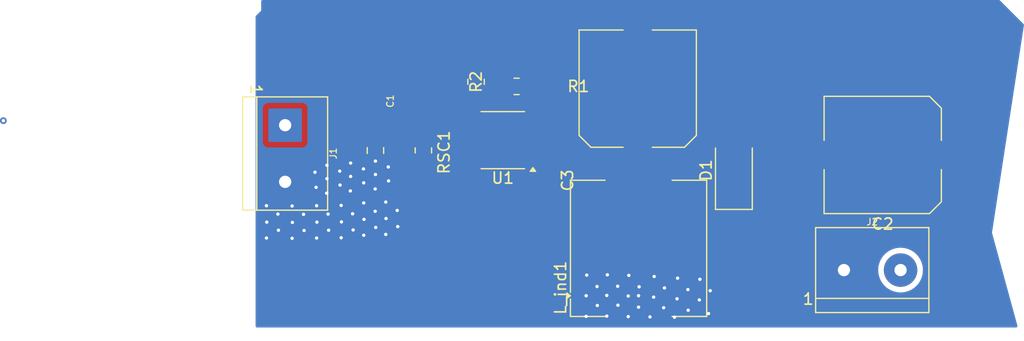
<source format=kicad_pcb>
(kicad_pcb (version 20241229) (generator "pcbnew") (generator_version "9.0")
  (layers (0 "F.Cu" signal) (2 "B.Cu" signal) (13 "F.Paste" user) (15 "B.Paste" user) (5 "F.SilkS" user "F.Silkscreen") (7 "B.SilkS" user "B.Silkscreen") (1 "F.Mask" user) (3 "B.Mask" user) (25 "Edge.Cuts" user))
  (net 0 "")
  (net 1 "GND")
  (net 2 "/V_in")
  (net 3 "/V_out")
  (net 4 "Net-(U1-TC)")
  (net 5 "/V_ind")
  (net 6 "/V_volt_divider")
  (net 7 "/V_in_after_Rsc")
  (footprint "Package_SO:SOIC-8_3.9x4.9mm_P1.27mm" (layer "F.Cu") (at 122.625 137.695 180)
    (property "Reference" "U1" (at 0 -3.4 0) (layer "F.SilkS"))
    (property "Value" "MC33063AD")
    (fp_line (start 0 2.56) (end 1.95 2.56) (stroke (width 0.12)) (layer "F.SilkS"))
    (fp_line (start 0 2.56) (end -1.95 2.56) (stroke (width 0.12)) (layer "F.SilkS"))
    (fp_line (start 0 -2.56) (end 1.95 -2.56) (stroke (width 0.12)) (layer "F.SilkS"))
    (fp_line (start 0 -2.56) (end -1.95 -2.56) (stroke (width 0.12)) (layer "F.SilkS"))
    (fp_poly (pts (xy -2.7 -2.465) (xy -2.94 -2.795) (xy -2.46 -2.795)) (stroke (width 0.12)) (fill yes) (layer "F.SilkS"))
    (pad "1" smd roundrect (at -2.475 -1.905 180) (size 1.95 0.6) (layers "F.Cu" "F.Mask" "F.Paste") (net 7 "/V_in_after_Rsc"))
    (pad "2" smd roundrect (at -2.475 -0.635 180) (size 1.95 0.6) (layers "F.Cu" "F.Mask" "F.Paste") (net 5 "/V_ind"))
    (pad "3" smd roundrect (at -2.475 0.635 180) (size 1.95 0.6) (layers "F.Cu" "F.Mask" "F.Paste") (net 4 "Net-(U1-TC)"))
    (pad "4" smd roundrect (at -2.475 1.905 180) (size 1.95 0.6) (layers "F.Cu" "F.Mask" "F.Paste") (net 3 "/V_out"))
    (pad "5" smd roundrect (at 2.475 1.905 180) (size 1.95 0.6) (layers "F.Cu" "F.Mask" "F.Paste") (net 6 "/V_volt_divider"))
    (pad "6" smd roundrect (at 2.475 0.635 180) (size 1.95 0.6) (layers "F.Cu" "F.Mask" "F.Paste") (net 2 "/V_in"))
    (pad "7" smd roundrect (at 2.475 -0.635 180) (size 1.95 0.6) (layers "F.Cu" "F.Mask" "F.Paste") (net 7 "/V_in_after_Rsc"))
    (pad "8" smd roundrect (at 2.475 -1.905 180) (size 1.95 0.6) (layers "F.Cu" "F.Mask" "F.Paste") (net 7 "/V_in_after_Rsc"))
  )
  (footprint "Capacitor_SMD:C_Elec_10x10.2" (layer "F.Cu") (at 134.725 133.075 90)
    (property "Reference" "C3" (at -8.2325 -6.3 90) (layer "F.SilkS"))
    (property "Value" "1.8n")
    (fp_line (start 5.26 -5.26) (end 5.26 -1.31) (stroke (width 0.12)) (layer "F.SilkS"))
    (fp_line (start -4.195563 -5.26) (end 5.26 -5.26) (stroke (width 0.12)) (layer "F.SilkS"))
    (fp_line (start -5.26 -4.195563) (end -4.195563 -5.26) (stroke (width 0.12)) (layer "F.SilkS"))
    (fp_line (start -5.26 -4.195563) (end -5.26 -1.31) (stroke (width 0.12)) (layer "F.SilkS"))
    (fp_line (start -5.26 4.195563) (end -5.26 1.31) (stroke (width 0.12)) (layer "F.SilkS"))
    (fp_line (start -5.26 4.195563) (end -4.195563 5.26) (stroke (width 0.12)) (layer "F.SilkS"))
    (fp_line (start 5.26 5.26) (end 5.26 1.31) (stroke (width 0.12)) (layer "F.SilkS"))
    (fp_line (start -4.195563 5.26) (end 5.26 5.26) (stroke (width 0.12)) (layer "F.SilkS"))
    (pad "1" smd roundrect (at -4.4 0 90) (size 4.6 2.1) (layers "F.Cu" "F.Mask" "F.Paste") (roundrect_rratio 0.119048) (net 4 "Net-(U1-TC)"))
    (pad "2" smd roundrect (at 4.4 0 90) (size 4.6 2.1) (layers "F.Cu" "F.Mask" "F.Paste") (roundrect_rratio 0.119048) (net 3 "/V_out"))
  )
  (footprint "Inductor_SMD:L_Coilcraft_MSS1260H-XXX" (layer "F.Cu") (at 134.8 147.4 90)
    (property "Reference" "L_ind1" (at -3.5325 -7 90) (layer "F.SilkS"))
    (property "Value" "0.18m")
    (fp_line (start 6.11 -6.11) (end 6.11 -3.01) (stroke (width 0.12)) (layer "F.SilkS"))
    (fp_line (start -3.953 -6.11) (end 6.11 -6.11) (stroke (width 0.12)) (layer "F.SilkS"))
    (fp_line (start -6.11 -6.11) (end -4.547 -6.11) (stroke (width 0.12)) (layer "F.SilkS"))
    (fp_line (start -6.11 -3.01) (end -6.11 -6.11) (stroke (width 0.12)) (layer "F.SilkS"))
    (fp_line (start 6.11 3.01) (end 6.11 6.11) (stroke (width 0.12)) (layer "F.SilkS"))
    (fp_line (start 6.11 6.11) (end -6.11 6.11) (stroke (width 0.12)) (layer "F.SilkS"))
    (fp_line (start -6.11 6.11) (end -6.11 3.01) (stroke (width 0.12)) (layer "F.SilkS"))
    (fp_poly (pts (xy -4.25 -6.11) (xy -4.49 -6.44) (xy -4.01 -6.44)) (stroke (width 0.12)) (fill yes) (layer "F.SilkS"))
    (pad "1" smd roundrect (at -4.25 0 90) (size 4 5.5) (layers "F.Cu" "F.Mask" "F.Paste") (roundrect_rratio 0.0625) (net 1 "GND"))
    (pad "2" smd roundrect (at 4.25 0 90) (size 4 5.5) (layers "F.Cu" "F.Mask" "F.Paste") (roundrect_rratio 0.0625) (net 5 "/V_ind"))
  )
  (footprint "rsx_headers_screw:Molex_0398800302" (layer "F.Cu") (at 103.1 136.355 -90)
    (property "Reference" "J1" (at 2.54 -4.318 90) (layer "F.SilkS") (effects (font (size 0.6 0.6) (thickness 0.1))))
    (property "Value" "Screw_Terminal_2x5.08")
    (fp_line (start -2.54 3.81) (end 7.62 3.81) (stroke (width 0.12)) (layer "F.SilkS"))
    (fp_line (start 7.62 3.81) (end 7.62 -3.81) (stroke (width 0.12)) (layer "F.SilkS"))
    (fp_line (start 7.62 2.54) (end -2.54 2.54) (stroke (width 0.12)) (layer "F.SilkS"))
    (fp_line (start -2.54 -3.81) (end -2.54 3.81) (stroke (width 0.12)) (layer "F.SilkS"))
    (fp_line (start 7.62 -3.81) (end -2.54 -3.81) (stroke (width 0.12)) (layer "F.SilkS"))
    (fp_text user "1" (at -3.2 2.6 270) (layer "F.SilkS"))
    (pad "1" thru_hole rect (at 0 0 270) (size 3 3) (drill 1.1) (layers "*.Cu" "*.Mask") (net 2 "/V_in"))
    (pad "2" thru_hole circle (at 5.08 0 270) (size 3 3) (drill 1.1) (layers "*.Cu" "*.Mask") (net 1 "GND"))
  )
  (footprint "Diode_SMD:D_SMA" (layer "F.Cu") (at 143.35 140.4 90)
    (property "Reference" "D1" (at 0 -2.5 90) (layer "F.SilkS"))
    (property "Value" "D_Schottky")
    (fp_line (start -3.51 -1.65) (end 2 -1.65) (stroke (width 0.12)) (layer "F.SilkS"))
    (fp_line (start -3.51 -1.65) (end -3.51 1.65) (stroke (width 0.12)) (layer "F.SilkS"))
    (fp_line (start -3.51 1.65) (end 2 1.65) (stroke (width 0.12)) (layer "F.SilkS"))
    (pad "1" smd roundrect (at -2 0 90) (size 2.5 1.8) (layers "F.Cu" "F.Mask" "F.Paste") (roundrect_rratio 0.1388888889) (net 5 "/V_ind"))
    (pad "2" smd roundrect (at 2 0 90) (size 2.5 1.8) (layers "F.Cu" "F.Mask" "F.Paste") (roundrect_rratio 0.1388888889) (net 3 "/V_out"))
  )
  (footprint "Capacitor_SMD:C_Elec_10x10.2" (layer "F.Cu") (at 156.7 139.025 180)
    (property "Reference" "C2" (at 0 -6.2 0) (layer "F.SilkS"))
    (property "Value" "0.36m")
    (fp_line (start 5.26 5.26) (end 5.26 1.31) (stroke (width 0.12)) (layer "F.SilkS"))
    (fp_line (start 5.26 -5.26) (end 5.26 -1.31) (stroke (width 0.12)) (layer "F.SilkS"))
    (fp_line (start -4.195563 5.26) (end 5.26 5.26) (stroke (width 0.12)) (layer "F.SilkS"))
    (fp_line (start -4.195563 -5.26) (end 5.26 -5.26) (stroke (width 0.12)) (layer "F.SilkS"))
    (fp_line (start -5.26 4.195563) (end -4.195563 5.26) (stroke (width 0.12)) (layer "F.SilkS"))
    (fp_line (start -5.26 4.195563) (end -5.26 1.31) (stroke (width 0.12)) (layer "F.SilkS"))
    (fp_line (start -5.26 -4.195563) (end -4.195563 -5.26) (stroke (width 0.12)) (layer "F.SilkS"))
    (fp_line (start -5.26 -4.195563) (end -5.26 -1.31) (stroke (width 0.12)) (layer "F.SilkS"))
    (pad "1" smd roundrect (at -4.4 0 180) (size 4.6 2.1) (layers "F.Cu" "F.Mask" "F.Paste") (roundrect_rratio 0.119048) (net 3 "/V_out"))
    (pad "2" smd roundrect (at 4.4 0 180) (size 4.6 2.1) (layers "F.Cu" "F.Mask" "F.Paste") (roundrect_rratio 0.119048) (net 1 "GND"))
  )
  (footprint "rsx_resistors:R_0805_2012Metric" (layer "F.Cu") (at 120.225 132.4625 90)
    (property "Reference" "R2" (at 0 0 90) (layer "F.SilkS"))
    (property "Value" "900")
    (fp_line (start -0.227064 -0.735) (end 0.227064 -0.735) (stroke (width 0.12)) (layer "F.SilkS"))
    (fp_line (start -0.227064 0.735) (end 0.227064 0.735) (stroke (width 0.12)) (layer "F.SilkS"))
    (pad "1" smd roundrect (at -0.9125 0 90) (size 1.025 1.4) (layers "F.Cu" "F.Mask" "F.Paste") (roundrect_rratio 0.243902) (net 6 "/V_volt_divider"))
    (pad "2" smd roundrect (at 0.9125 0 90) (size 1.025 1.4) (layers "F.Cu" "F.Mask" "F.Paste") (roundrect_rratio 0.243902) (net 1 "GND"))
  )
  (footprint "rsx_resistors:R_0805_2012Metric" (layer "F.Cu") (at 115.5 138.6125 -90)
    (property "Reference" "RSC1" (at 0.175 -1.85 90) (layer "F.SilkS"))
    (property "Value" "0.42")
    (fp_line (start -0.227064 0.735) (end 0.227064 0.735) (stroke (width 0.12)) (layer "F.SilkS"))
    (fp_line (start -0.227064 -0.735) (end 0.227064 -0.735) (stroke (width 0.12)) (layer "F.SilkS"))
    (pad "1" smd roundrect (at -0.9125 0 270) (size 1.025 1.4) (layers "F.Cu" "F.Mask" "F.Paste") (roundrect_rratio 0.243902) (net 2 "/V_in"))
    (pad "2" smd roundrect (at 0.9125 0 270) (size 1.025 1.4) (layers "F.Cu" "F.Mask" "F.Paste") (roundrect_rratio 0.243902) (net 7 "/V_in_after_Rsc"))
  )
  (footprint "rsx_headers_screw:Molex_0398800302" (layer "F.Cu") (at 153.22 149.35)
    (property "Reference" "J2" (at 2.54 -4.318 0) (layer "F.SilkS") (effects (font (size 0.6 0.6) (thickness 0.1))))
    (property "Value" "Screw_Terminal_2x5.08")
    (fp_line (start -2.54 -3.81) (end -2.54 3.81) (stroke (width 0.12)) (layer "F.SilkS"))
    (fp_line (start -2.54 3.81) (end 7.62 3.81) (stroke (width 0.12)) (layer "F.SilkS"))
    (fp_line (start 7.62 -3.81) (end -2.54 -3.81) (stroke (width 0.12)) (layer "F.SilkS"))
    (fp_line (start 7.62 2.54) (end -2.54 2.54) (stroke (width 0.12)) (layer "F.SilkS"))
    (fp_line (start 7.62 3.81) (end 7.62 -3.81) (stroke (width 0.12)) (layer "F.SilkS"))
    (fp_text user "1" (at -3.2 2.6 0) (layer "F.SilkS"))
    (pad "1" thru_hole rect (at 0 0) (size 3 3) (drill 1.1) (layers "*.Cu" "*.Mask") (net 1 "GND"))
    (pad "2" thru_hole circle (at 5.08 0) (size 3 3) (drill 1.1) (layers "*.Cu" "*.Mask") (net 3 "/V_out"))
  )
  (footprint "rsx_resistors:R_0805_2012Metric" (layer "F.Cu") (at 123.8625 132.875 180)
    (property "Reference" "R1" (at -5.5375 0 0) (layer "F.SilkS"))
    (property "Value" "1500")
    (fp_line (start -0.227064 0.735) (end 0.227064 0.735) (stroke (width 0.12)) (layer "F.SilkS"))
    (fp_line (start -0.227064 -0.735) (end 0.227064 -0.735) (stroke (width 0.12)) (layer "F.SilkS"))
    (pad "1" smd roundrect (at -0.9125 0 180) (size 1.025 1.4) (layers "F.Cu" "F.Mask" "F.Paste") (roundrect_rratio 0.243902) (net 3 "/V_out"))
    (pad "2" smd roundrect (at 0.9125 0 180) (size 1.025 1.4) (layers "F.Cu" "F.Mask" "F.Paste") (roundrect_rratio 0.243902) (net 6 "/V_volt_divider"))
  )
  (footprint "rsx_capacitors:C_0805_2012Metric" (layer "F.Cu") (at 111.2 138.625 -90)
    (property "Reference" "C1" (at -4.4325 -1.33 90) (layer "F.SilkS") (effects (font (size 0.6 0.6) (thickness 0.1))))
    (property "Value" "100u")
    (fp_line (start -0.261252 0.735) (end 0.261252 0.735) (stroke (width 0.12)) (layer "F.SilkS"))
    (fp_line (start -0.261252 -0.735) (end 0.261252 -0.735) (stroke (width 0.12)) (layer "F.SilkS"))
    (pad "1" smd roundrect (at -0.95 0 270) (size 1 1.45) (layers "F.Cu" "F.Mask" "F.Paste") (net 2 "/V_in"))
    (pad "2" smd roundrect (at 0.95 0 270) (size 1 1.45) (layers "F.Cu" "F.Mask" "F.Paste") (net 1 "GND"))
  )
  (gr_line (start 120.175 135.8) (end 120.25 133.375) (stroke (width 0.2)) (layer "F.Cu") (net 6))
  (gr_line (start 125.05 135.725) (end 125.225 135.75) (stroke (width 0.2)) (layer "F.Cu") (net 3))
  (gr_line (start 120.175 138.35) (end 120.175 139.525) (stroke (width 0.2)) (layer "F.Cu") (net 7))
  (gr_line (start 120.175 139.525) (end 120.175 138.35) (stroke (width 0.2)) (layer "F.Cu") (net 7))
  (gr_line (start 122.875 133.325) (end 120.175 135.8) (stroke (width 0.2)) (layer "F.Cu") (net 6))
  (gr_line (start 125.225 135.75) (end 125.05 135.725) (stroke (width 0.2)) (layer "F.Cu") (net 3))
  (gr_line (start 120.175 139.525) (end 125.075 139.525) (stroke (width 0.2)) (layer "F.Cu") (net 7))
  (gr_line (start 115.475 139.525) (end 120.175 139.525) (stroke (width 0.2)) (layer "F.Cu") (net 7))
  (via (at 77.825 135.95) (size 0.6) (drill 0.3) (layers "F.Cu" "B.Cu") (net 0))
  (via (at 110.15 143.325) (size 0.6) (drill 0.3) (layers "F.Cu" "B.Cu") (net 1))
  (via (at 105.925 146.475) (size 0.6) (drill 0.3) (layers "F.Cu" "B.Cu") (net 1))
  (via (at 105.775 140.575) (size 0.6) (drill 0.3) (layers "F.Cu" "B.Cu") (net 1))
  (via (at 140.3 150.175) (size 0.6) (drill 0.3) (layers "F.Cu" "B.Cu") (net 1))
  (via (at 134.8 151.65) (size 0.6) (drill 0.3) (layers "F.Cu" "B.Cu") (net 1))
  (via (at 113.15 144) (size 0.6) (drill 0.3) (layers "F.Cu" "B.Cu") (net 1))
  (via (at 105.875 141.925) (size 0.6) (drill 0.3) (layers "F.Cu" "B.Cu") (net 1))
  (via (at 101.45 145.05) (size 0.6) (drill 0.3) (layers "F.Cu" "B.Cu") (net 1))
  (via (at 131.95 151.625) (size 0.6) (drill 0.3) (layers "F.Cu" "B.Cu") (net 1))
  (via (at 113.2 145.45) (size 0.6) (drill 0.3) (layers "F.Cu" "B.Cu") (net 1))
  (via (at 108.95 142.25) (size 0.6) (drill 0.3) (layers "F.Cu" "B.Cu") (net 1))
  (via (at 137.05 152.725) (size 0.6) (drill 0.3) (layers "F.Cu" "B.Cu") (net 1))
  (via (at 112.15 144.725) (size 0.6) (drill 0.3) (layers "F.Cu" "B.Cu") (net 1))
  (via (at 106.825 142.45) (size 0.6) (drill 0.3) (layers "F.Cu" "B.Cu") (net 1))
  (via (at 101.425 143.575) (size 0.6) (drill 0.3) (layers "F.Cu" "B.Cu") (net 1))
  (via (at 108.15 145.025) (size 0.6) (drill 0.3) (layers "F.Cu" "B.Cu") (net 1))
  (via (at 138.3 150.075) (size 0.6) (drill 0.3) (layers "F.Cu" "B.Cu") (net 1))
  (via (at 132 149.775) (size 0.6) (drill 0.3) (layers "F.Cu" "B.Cu") (net 1))
  (via (at 139.225 151.1) (size 0.6) (drill 0.3) (layers "F.Cu" "B.Cu") (net 1))
  (via (at 112.35 140.1) (size 0.6) (drill 0.3) (layers "F.Cu" "B.Cu") (net 1))
  (via (at 138.25 151.925) (size 0.6) (drill 0.3) (layers "F.Cu" "B.Cu") (net 1))
  (via (at 133.875 151.675) (size 0.6) (drill 0.3) (layers "F.Cu" "B.Cu") (net 1))
  (via (at 132.95 152.5) (size 0.6) (drill 0.3) (layers "F.Cu" "B.Cu") (net 1))
  (via (at 112.125 143.25) (size 0.6) (drill 0.3) (layers "F.Cu" "B.Cu") (net 1))
  (via (at 103.725 143.6) (size 0.6) (drill 0.3) (layers "F.Cu" "B.Cu") (net 1))
  (via (at 139.25 152.95) (size 0.6) (drill 0.3) (layers "F.Cu" "B.Cu") (net 1))
  (via (at 137.125 150.95) (size 0.6) (drill 0.3) (layers "F.Cu" "B.Cu") (net 1))
  (via (at 108.975 140.95) (size 0.6) (drill 0.3) (layers "F.Cu" "B.Cu") (net 1))
  (via (at 101.425 146.475) (size 0.6) (drill 0.3) (layers "F.Cu" "B.Cu") (net 1))
  (via (at 104.75 144.35) (size 0.6) (drill 0.3) (layers "F.Cu" "B.Cu") (net 1))
  (via (at 111.2 140.775) (size 0.6) (drill 0.3) (layers "F.Cu" "B.Cu") (net 1))
  (via (at 131.1 152.525) (size 0.6) (drill 0.3) (layers "F.Cu" "B.Cu") (net 1))
  (via (at 111.225 145.525) (size 0.6) (drill 0.3) (layers "F.Cu" "B.Cu") (net 1))
  (via (at 132.925 150.8) (size 0.6) (drill 0.3) (layers "F.Cu" "B.Cu") (net 1))
  (via (at 105.925 143.575) (size 0.6) (drill 0.3) (layers "F.Cu" "B.Cu") (net 1))
  (via (at 130.1 153.5) (size 0.6) (drill 0.3) (layers "F.Cu" "B.Cu") (net 1))
  (via (at 110.175 144.8) (size 0.6) (drill 0.3) (layers "F.Cu" "B.Cu") (net 1))
  (via (at 108.975 139.75) (size 0.6) (drill 0.3) (layers "F.Cu" "B.Cu") (net 1))
  (via (at 141.075 153.25) (size 0.6) (drill 0.3) (layers "F.Cu" "B.Cu") (net 1))
  (via (at 108.125 146.45) (size 0.6) (drill 0.3) (layers "F.Cu" "B.Cu") (net 1))
  (via (at 140.25 152.025) (size 0.6) (drill 0.3) (layers "F.Cu" "B.Cu") (net 1))
  (via (at 102.45 144.325) (size 0.6) (drill 0.3) (layers "F.Cu" "B.Cu") (net 1))
  (via (at 109.15 144.3) (size 0.6) (drill 0.3) (layers "F.Cu" "B.Cu") (net 1))
  (via (at 104.8 145.8) (size 0.6) (drill 0.3) (layers "F.Cu" "B.Cu") (net 1))
  (via (at 106.95 144.325) (size 0.6) (drill 0.3) (layers "F.Cu" "B.Cu") (net 1))
  (via (at 105.95 145.05) (size 0.6) (drill 0.3) (layers "F.Cu" "B.Cu") (net 1))
  (via (at 108.125 143.55) (size 0.6) (drill 0.3) (layers "F.Cu" "B.Cu") (net 1))
  (via (at 112.125 146.15) (size 0.6) (drill 0.3) (layers "F.Cu" "B.Cu") (net 1))
  (via (at 106.85 139.95) (size 0.6) (drill 0.3) (layers "F.Cu" "B.Cu") (net 1))
  (via (at 138.025 153.575) (size 0.6) (drill 0.3) (layers "F.Cu" "B.Cu") (net 1))
  (via (at 109.2 145.75) (size 0.6) (drill 0.3) (layers "F.Cu" "B.Cu") (net 1))
  (via (at 130.1 151.65) (size 0.6) (drill 0.3) (layers "F.Cu" "B.Cu") (net 1))
  (via (at 111.175 142.075) (size 0.6) (drill 0.3) (layers "F.Cu" "B.Cu") (net 1))
  (via (at 135.825 153.55) (size 0.6) (drill 0.3) (layers "F.Cu" "B.Cu") (net 1))
  (via (at 131.95 153.475) (size 0.6) (drill 0.3) (layers "F.Cu" "B.Cu") (net 1))
  (via (at 103.725 146.5) (size 0.6) (drill 0.3) (layers "F.Cu" "B.Cu") (net 1))
  (via (at 111.175 144.075) (size 0.6) (drill 0.3) (layers "F.Cu" "B.Cu") (net 1))
  (via (at 136.15 151.775) (size 0.6) (drill 0.3) (layers "F.Cu" "B.Cu") (net 1))
  (via (at 108 140.475) (size 0.6) (drill 0.3) (layers "F.Cu" "B.Cu") (net 1))
  (via (at 134.8 152.675) (size 0.6) (drill 0.3) (layers "F.Cu" "B.Cu") (net 1))
  (via (at 107 145.775) (size 0.6) (drill 0.3) (layers "F.Cu" "B.Cu") (net 1))
  (via (at 110.15 141.525) (size 0.6) (drill 0.3) (layers "F.Cu" "B.Cu") (net 1))
  (via (at 133.875 153.525) (size 0.6) (drill 0.3) (layers "F.Cu" "B.Cu") (net 1))
  (via (at 103.75 145.075) (size 0.6) (drill 0.3) (layers "F.Cu" "B.Cu") (net 1))
  (via (at 110.125 140.275) (size 0.6) (drill 0.3) (layers "F.Cu" "B.Cu") (net 1))
  (via (at 136.2 149.925) (size 0.6) (drill 0.3) (layers "F.Cu" "B.Cu") (net 1))
  (via (at 131.075 150.825) (size 0.6) (drill 0.3) (layers "F.Cu" "B.Cu") (net 1))
  (via (at 130.15 149.8) (size 0.6) (drill 0.3) (layers "F.Cu" "B.Cu") (net 1))
  (via (at 108.025 141.725) (size 0.6) (drill 0.3) (layers "F.Cu" "B.Cu") (net 1))
  (via (at 133.925 149.825) (size 0.6) (drill 0.3) (layers "F.Cu" "B.Cu") (net 1))
  (via (at 110.15 146.225) (size 0.6) (drill 0.3) (layers "F.Cu" "B.Cu") (net 1))
  (via (at 106.85 141.15) (size 0.6) (drill 0.3) (layers "F.Cu" "B.Cu") (net 1))
  (via (at 111.2 139.575) (size 0.6) (drill 0.3) (layers "F.Cu" "B.Cu") (net 1))
  (via (at 102.5 145.775) (size 0.6) (drill 0.3) (layers "F.Cu" "B.Cu") (net 1))
  (via (at 112.375 141.35) (size 0.6) (drill 0.3) (layers "F.Cu" "B.Cu") (net 1))
  (via (at 141.225 151.2) (size 0.6) (drill 0.3) (layers "F.Cu" "B.Cu") (net 1))
  (via (at 134.85 150.85) (size 0.6) (drill 0.3) (layers "F.Cu" "B.Cu") (net 1))
  (zone (net 4) (net_name "Net-(U1-TC)") (layer "F.Cu") (priority 1) (connect_pads yes (clearance 0.5)) (min_thickness 0.25) (fill yes (thermal_gap 0.5) (thermal_bridge_width 0.5))
    (polygon (pts (xy 123.85 136.45) (xy 123.85 137.625) (xy 129.2 137.7) (xy 133.075 140.075) (xy 137.3 140.2) (xy 137.1 134.825) (xy 130.525 135.125) (xy 127.6 136.45)))
  )
  (zone (net 5) (net_name "/V_ind") (layer "F.Cu") (priority 2) (connect_pads yes (clearance 0)) (min_thickness 0.25) (fill yes (thermal_gap 0.5) (thermal_bridge_width 0.5))
    (polygon (pts (xy 123.225 137.625) (xy 123.225 138.975) (xy 123.25 139) (xy 126.65 139) (xy 127.65 140) (xy 127.65 145.65) (xy 127.6 145.7) (xy 146.275 145.7) (xy 146.3 145.675) (xy 146.3 140.5) (xy 146 140.2) (xy 131.7 140.2) (xy 129.125 137.625)))
  )
  (zone (net 1) (net_name "GND") (layer "F.Cu") (priority 5) (connect_pads yes (clearance 0.5)) (min_thickness 0.25) (fill yes (thermal_gap 0.5) (thermal_bridge_width 0.5))
    (polygon (pts (xy 100.575 138.895) (xy 112.795 138.895) (xy 122.925 149.025) (xy 142 149.025) (xy 142.45 149.475) (xy 142.45 153.725) (xy 142.225 153.95) (xy 101.2 153.95) (xy 100.575 153.325)))
  )
  (zone (net 2) (net_name "/V_in") (layer "F.Cu") (connect_pads yes (clearance 0.5)) (min_thickness 0.25) (fill yes (thermal_gap 0.5) (thermal_bridge_width 0.5))
    (polygon (pts (xy 112.825 129.35) (xy 118.075 136.425) (xy 121.425 136.45) (xy 121.425 137.7) (xy 121.45 137.725) (xy 117.4375 137.725) (xy 116.55 138.6125) (xy 106.2125 138.6125) (xy 105.93 138.895) (xy 100.575 138.895) (xy 100.575 134.85) (xy 100.95 134.475) (xy 100.95 129.475) (xy 108.8 129.375)))
  )
  (zone (net 1) (net_name "GND") (layer "B.Cu") (priority 4) (connect_pads yes (clearance 0.5)) (min_thickness 0.25) (fill yes (thermal_gap 0.5) (thermal_bridge_width 0.5))
    (polygon (pts (xy 100.95 126.075) (xy 100.95 125.125) (xy 167.175 125.125) (xy 169.375 127.325) (xy 166.5 146) (xy 168.826573 154.5) (xy 100.45 154.5) (xy 100.45 126.575)))
  )
)
</source>
